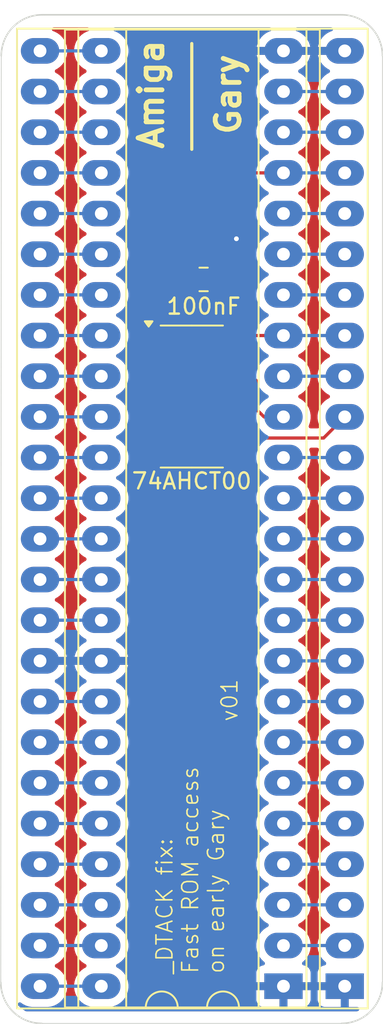
<source format=kicad_pcb>
(kicad_pcb (version 20240108) (generator "pcbnew") (generator_version "8.0")
  (layers (0 "F.Cu" signal) (31 "B.Cu" signal) (34 "B.Paste" user) (35 "F.Paste" user) (36 "B.SilkS" user "B.Silkscreen") (37 "F.SilkS" user "F.Silkscreen") (38 "B.Mask" user) (39 "F.Mask" user) (44 "Edge.Cuts" user))
  (net 0 "")
  (net 1 "_EXRAM")
  (net 2 "A20")
  (net 3 "DKWDB")
  (net 4 "CCK")
  (net 5 "_RAMEN")
  (net 6 "_ROMEN")
  (net 7 "DKWEB")
  (net 8 "_CLKRD")
  (net 9 "A17")
  (net 10 "_AS")
  (net 11 "_UDS")
  (net 12 "_CLKWR")
  (net 13 "_KBRESET")
  (net 14 "R{slash}W")
  (net 15 "_SEL")
  (net 16 "XRDY")
  (net 17 "A21")
  (net 18 "A22")
  (net 19 "_OEL")
  (net 20 "_DKWD")
  (net 21 "_LATCH")
  (net 22 "_BGACK")
  (net 23 "OVL")
  (net 24 "_LDS")
  (net 25 "_BLISS")
  (net 26 "MTRON")
  (net 27 "_CDAC")
  (net 28 "A19")
  (net 29 "A18")
  (net 30 "_MTR")
  (net 31 "_OEB")
  (net 32 "_OVR")
  (net 33 "MTRX")
  (net 34 "_HLT")
  (net 35 "_DTACK")
  (net 36 "_RST")
  (net 37 "_BLIT_GARY")
  (net 38 "A23")
  (net 39 "_VPA")
  (net 40 "CCKQ")
  (net 41 "_REGEN")
  (net 42 "DKWE")
  (net 43 "VCC1")
  (net 44 "VCC3")
  (net 45 "VCC2")
  (net 46 "GND")
  (net 47 "_BLIT_AMIGA")
  (net 50 "Net-(U3-Pad10)")
  (footprint "Package_SO:SOIC-14_3.9x8.7mm_P1.27mm" (layer "F.Cu") (at 104.394 73.6092)
    (property "Reference" "U3" (hide yes))
    (property "Value" "74AHCT00" (at 0 5.28 0) (layer "F.SilkS"))
    (fp_line (start 0 -4.435) (end -1.95 -4.435) (stroke (width 0.12)) (layer "F.SilkS"))
    (fp_line (start 0 -4.435) (end 1.95 -4.435) (stroke (width 0.12)) (layer "F.SilkS"))
    (fp_line (start 0 4.435) (end -1.95 4.435) (stroke (width 0.12)) (layer "F.SilkS"))
    (fp_line (start 0 4.435) (end 1.95 4.435) (stroke (width 0.12)) (layer "F.SilkS"))
    (fp_poly (pts (xy -2.7 -4.37) (xy -2.94 -4.7) (xy -2.46 -4.7) (xy -2.7 -4.37)) (stroke (width 0.12)) (fill solid) (layer "F.SilkS"))
    (pad "1" smd roundrect (at -2.475 -3.81) (size 1.95 0.6) (layers "F.Cu" "F.Paste" "F.Mask") (net 46 "GND"))
    (pad "2" smd roundrect (at -2.475 -2.54) (size 1.95 0.6) (layers "F.Cu" "F.Paste" "F.Mask") (net 46 "GND"))
    (pad "3" smd roundrect (at -2.475 -1.27) (size 1.95 0.6) (layers "F.Cu" "F.Paste" "F.Mask"))
    (pad "4" smd roundrect (at -2.475 0) (size 1.95 0.6) (layers "F.Cu" "F.Paste" "F.Mask") (net 46 "GND"))
    (pad "5" smd roundrect (at -2.475 1.27) (size 1.95 0.6) (layers "F.Cu" "F.Paste" "F.Mask") (net 46 "GND"))
    (pad "6" smd roundrect (at -2.475 2.54) (size 1.95 0.6) (layers "F.Cu" "F.Paste" "F.Mask"))
    (pad "7" smd roundrect (at -2.475 3.81) (size 1.95 0.6) (layers "F.Cu" "F.Paste" "F.Mask") (net 46 "GND"))
    (pad "8" smd roundrect (at 2.475 3.81) (size 1.95 0.6) (layers "F.Cu" "F.Paste" "F.Mask") (net 37 "_BLIT_GARY"))
    (pad "9" smd roundrect (at 2.475 2.54) (size 1.95 0.6) (layers "F.Cu" "F.Paste" "F.Mask") (net 6 "_ROMEN"))
    (pad "10" smd roundrect (at 2.475 1.27) (size 1.95 0.6) (layers "F.Cu" "F.Paste" "F.Mask") (net 50 "Net-(U3-Pad10)"))
    (pad "11" smd roundrect (at 2.475 0) (size 1.95 0.6) (layers "F.Cu" "F.Paste" "F.Mask") (net 50 "Net-(U3-Pad10)"))
    (pad "12" smd roundrect (at 2.475 -1.27) (size 1.95 0.6) (layers "F.Cu" "F.Paste" "F.Mask") (net 47 "_BLIT_AMIGA"))
    (pad "13" smd roundrect (at 2.475 -2.54) (size 1.95 0.6) (layers "F.Cu" "F.Paste" "F.Mask") (net 45 "VCC2"))
    (pad "14" smd roundrect (at 2.475 -3.81) (size 1.95 0.6) (layers "F.Cu" "F.Paste" "F.Mask") (net 45 "VCC2"))
  )
  (footprint "Capacitor_SMD:C_0805_2012Metric_Pad1.18x1.45mm_HandSolder" (layer "F.Cu") (at 105.1345 66.294)
    (property "Reference" "C1" (hide yes))
    (property "Value" "100nF" (at 0 1.68 0) (layer "F.SilkS"))
    (fp_line (start -0.261252 -0.735) (end 0.261252 -0.735) (stroke (width 0.12)) (layer "F.SilkS"))
    (fp_line (start -0.261252 0.735) (end 0.261252 0.735) (stroke (width 0.12)) (layer "F.SilkS"))
    (pad "1" smd roundrect (at -1.0375 0) (size 1.175 1.45) (layers "F.Cu" "F.Paste" "F.Mask") (roundrect_rratio 0.212766) (net 46 "GND"))
    (pad "2" smd roundrect (at 1.0375 0) (size 1.175 1.45) (layers "F.Cu" "F.Paste" "F.Mask") (roundrect_rratio 0.212766) (net 45 "VCC2"))
  )
  (footprint "Package_DIP:DIP-48_W15.24mm_Socket_LongPads" (layer "F.Cu") (at 110.1344 110.4392 180)
    (property "Reference" "U2" (hide yes))
    (property "Value" "Amiga")
    (fp_line (start 16.68 59.81) (end 16.68 -1.39) (stroke (width 0.12)) (layer "F.SilkS"))
    (fp_line (start 16.68 -1.39) (end -1.44 -1.39) (stroke (width 0.12)) (layer "F.SilkS"))
    (fp_line (start 13.68 59.75) (end 13.68 -1.33) (stroke (width 0.12)) (layer "F.SilkS"))
    (fp_line (start 13.68 -1.33) (end 8.62 -1.33) (stroke (width 0.12)) (layer "F.SilkS"))
    (fp_line (start 6.62 -1.33) (end 1.56 -1.33) (stroke (width 0.12)) (layer "F.SilkS"))
    (fp_line (start 1.56 59.75) (end 13.68 59.75) (stroke (width 0.12)) (layer "F.SilkS"))
    (fp_line (start 1.56 -1.33) (end 1.56 59.75) (stroke (width 0.12)) (layer "F.SilkS"))
    (fp_line (start -1.44 59.81) (end 16.68 59.81) (stroke (width 0.12)) (layer "F.SilkS"))
    (fp_line (start -1.44 -1.39) (end -1.44 59.81) (stroke (width 0.12)) (layer "F.SilkS"))
    (fp_arc (start 8.62 -1.33) (mid 7.62 -0.33) (end 6.62 -1.33) (stroke (width 0.12)) (layer "F.SilkS"))
    (pad "1" thru_hole rect (at 0 0 180) (size 2.4 1.6) (drill 0.8) (layers "*.Cu" "*.Mask") (net 46 "GND"))
    (pad "2" thru_hole oval (at 0 2.54 180) (size 2.4 1.6) (drill 0.8) (layers "*.Cu" "*.Mask") (net 39 "_VPA"))
    (pad "3" thru_hole oval (at 0 5.08 180) (size 2.4 1.6) (drill 0.8) (layers "*.Cu" "*.Mask") (net 19 "_OEL"))
    (pad "4" thru_hole oval (at 0 7.62 180) (size 2.4 1.6) (drill 0.8) (layers "*.Cu" "*.Mask") (net 31 "_OEB"))
    (pad "5" thru_hole oval (at 0 10.16 180) (size 2.4 1.6) (drill 0.8) (layers "*.Cu" "*.Mask") (net 13 "_KBRESET"))
    (pad "6" thru_hole oval (at 0 12.7 180) (size 2.4 1.6) (drill 0.8) (layers "*.Cu" "*.Mask") (net 43 "VCC1"))
    (pad "7" thru_hole oval (at 0 15.24 180) (size 2.4 1.6) (drill 0.8) (layers "*.Cu" "*.Mask") (net 30 "_MTR"))
    (pad "8" thru_hole oval (at 0 17.78 180) (size 2.4 1.6) (drill 0.8) (layers "*.Cu" "*.Mask") (net 42 "DKWE"))
    (pad "9" thru_hole oval (at 0 20.32 180) (size 2.4 1.6) (drill 0.8) (layers "*.Cu" "*.Mask") (net 20 "_DKWD"))
    (pad "10" thru_hole oval (at 0 22.86 180) (size 2.4 1.6) (drill 0.8) (layers "*.Cu" "*.Mask") (net 24 "_LDS"))
    (pad "11" thru_hole oval (at 0 25.4 180) (size 2.4 1.6) (drill 0.8) (layers "*.Cu" "*.Mask") (net 11 "_UDS"))
    (pad "12" thru_hole oval (at 0 27.94 180) (size 2.4 1.6) (drill 0.8) (layers "*.Cu" "*.Mask") (net 14 "R{slash}W"))
    (pad "13" thru_hole oval (at 0 30.48 180) (size 2.4 1.6) (drill 0.8) (layers "*.Cu" "*.Mask") (net 10 "_AS"))
    (pad "14" thru_hole oval (at 0 33.02 180) (size 2.4 1.6) (drill 0.8) (layers "*.Cu" "*.Mask") (net 22 "_BGACK"))
    (pad "15" thru_hole oval (at 0 35.56 180) (size 2.4 1.6) (drill 0.8) (layers "*.Cu" "*.Mask") (net 47 "_BLIT_AMIGA"))
    (pad "16" thru_hole oval (at 0 38.1 180) (size 2.4 1.6) (drill 0.8) (layers "*.Cu" "*.Mask") (net 15 "_SEL"))
    (pad "17" thru_hole oval (at 0 40.64 180) (size 2.4 1.6) (drill 0.8) (layers "*.Cu" "*.Mask") (net 45 "VCC2"))
    (pad "18" thru_hole oval (at 0 43.18 180) (size 2.4 1.6) (drill 0.8) (layers "*.Cu" "*.Mask") (net 41 "_REGEN"))
    (pad "19" thru_hole oval (at 0 45.72 180) (size 2.4 1.6) (drill 0.8) (layers "*.Cu" "*.Mask") (net 25 "_BLISS"))
    (pad "20" thru_hole oval (at 0 48.26 180) (size 2.4 1.6) (drill 0.8) (layers "*.Cu" "*.Mask") (net 5 "_RAMEN"))
    (pad "21" thru_hole oval (at 0 50.8 180) (size 2.4 1.6) (drill 0.8) (layers "*.Cu" "*.Mask") (net 6 "_ROMEN"))
    (pad "22" thru_hole oval (at 0 53.34 180) (size 2.4 1.6) (drill 0.8) (layers "*.Cu" "*.Mask") (net 8 "_CLKRD"))
    (pad "23" thru_hole oval (at 0 55.88 180) (size 2.4 1.6) (drill 0.8) (layers "*.Cu" "*.Mask") (net 12 "_CLKWR"))
    (pad "24" thru_hole oval (at 0 58.42 180) (size 2.4 1.6) (drill 0.8) (layers "*.Cu" "*.Mask") (net 46 "GND"))
    (pad "25" thru_hole oval (at 15.24 58.42 180) (size 2.4 1.6) (drill 0.8) (layers "*.Cu" "*.Mask") (net 21 "_LATCH"))
    (pad "26" thru_hole oval (at 15.24 55.88 180) (size 2.4 1.6) (drill 0.8) (layers "*.Cu" "*.Mask") (net 27 "_CDAC"))
    (pad "27" thru_hole oval (at 15.24 53.34 180) (size 2.4 1.6) (drill 0.8) (layers "*.Cu" "*.Mask") (net 40 "CCKQ"))
    (pad "28" thru_hole oval (at 15.24 50.8 180) (size 2.4 1.6) (drill 0.8) (layers "*.Cu" "*.Mask") (net 4 "CCK"))
    (pad "29" thru_hole oval (at 15.24 48.26 180) (size 2.4 1.6) (drill 0.8) (layers "*.Cu" "*.Mask") (net 32 "_OVR"))
    (pad "30" thru_hole oval (at 15.24 45.72 180) (size 2.4 1.6) (drill 0.8) (layers "*.Cu" "*.Mask") (net 23 "OVL"))
    (pad "31" thru_hole oval (at 15.24 43.18 180) (size 2.4 1.6) (drill 0.8) (layers "*.Cu" "*.Mask") (net 16 "XRDY"))
    (pad "32" thru_hole oval (at 15.24 40.64 180) (size 2.4 1.6) (drill 0.8) (layers "*.Cu" "*.Mask") (net 1 "_EXRAM"))
    (pad "33" thru_hole oval (at 15.24 38.1 180) (size 2.4 1.6) (drill 0.8) (layers "*.Cu" "*.Mask") (net 9 "A17"))
    (pad "34" thru_hole oval (at 15.24 35.56 180) (size 2.4 1.6) (drill 0.8) (layers "*.Cu" "*.Mask") (net 29 "A18"))
    (pad "35" thru_hole oval (at 15.24 33.02 180) (size 2.4 1.6) (drill 0.8) (layers "*.Cu" "*.Mask") (net 28 "A19"))
    (pad "36" thru_hole oval (at 15.24 30.48 180) (size 2.4 1.6) (drill 0.8) (layers "*.Cu" "*.Mask") (net 2 "A20"))
    (pad "37" thru_hole oval (at 15.24 27.94 180) (size 2.4 1.6) (drill 0.8) (layers "*.Cu" "*.Mask") (net 17 "A21"))
    (pad "38" thru_hole oval (at 15.24 25.4 180) (size 2.4 1.6) (drill 0.8) (layers "*.Cu" "*.Mask") (net 18 "A22"))
    (pad "39" thru_hole oval (at 15.24 22.86 180) (size 2.4 1.6) (drill 0.8) (layers "*.Cu" "*.Mask") (net 38 "A23"))
    (pad "40" thru_hole oval (at 15.24 20.32 180) (size 2.4 1.6) (drill 0.8) (layers "*.Cu" "*.Mask") (net 46 "GND"))
    (pad "41" thru_hole oval (at 15.24 17.78 180) (size 2.4 1.6) (drill 0.8) (layers "*.Cu" "*.Mask") (net 36 "_RST"))
    (pad "42" thru_hole oval (at 15.24 15.24 180) (size 2.4 1.6) (drill 0.8) (layers "*.Cu" "*.Mask") (net 34 "_HLT"))
    (pad "43" thru_hole oval (at 15.24 12.7 180) (size 2.4 1.6) (drill 0.8) (layers "*.Cu" "*.Mask") (net 35 "_DTACK"))
    (pad "44" thru_hole oval (at 15.24 10.16 180) (size 2.4 1.6) (drill 0.8) (layers "*.Cu" "*.Mask") (net 7 "DKWEB"))
    (pad "45" thru_hole oval (at 15.24 7.62 180) (size 2.4 1.6) (drill 0.8) (layers "*.Cu" "*.Mask") (net 3 "DKWDB"))
    (pad "46" thru_hole oval (at 15.24 5.08 180) (size 2.4 1.6) (drill 0.8) (layers "*.Cu" "*.Mask") (net 26 "MTRON"))
    (pad "47" thru_hole oval (at 15.24 2.54 180) (size 2.4 1.6) (drill 0.8) (layers "*.Cu" "*.Mask") (net 33 "MTRX"))
    (pad "48" thru_hole oval (at 15.24 0 180) (size 2.4 1.6) (drill 0.8) (layers "*.Cu" "*.Mask") (net 44 "VCC3"))
  )
  (footprint "Package_DIP:DIP-48_W15.24mm_Socket_LongPads" (layer "F.Cu") (at 113.9698 110.4392 180)
    (property "Reference" "U1" (hide yes))
    (property "Value" "Gary")
    (fp_line (start 16.68 59.81) (end 16.68 -1.39) (stroke (width 0.12)) (layer "F.SilkS"))
    (fp_line (start 16.68 -1.39) (end -1.44 -1.39) (stroke (width 0.12)) (layer "F.SilkS"))
    (fp_line (start 13.68 59.75) (end 13.68 -1.33) (stroke (width 0.12)) (layer "F.SilkS"))
    (fp_line (start 13.68 -1.33) (end 8.62 -1.33) (stroke (width 0.12)) (layer "F.SilkS"))
    (fp_line (start 6.62 -1.33) (end 1.56 -1.33) (stroke (width 0.12)) (layer "F.SilkS"))
    (fp_line (start 1.56 59.75) (end 13.68 59.75) (stroke (width 0.12)) (layer "F.SilkS"))
    (fp_line (start 1.56 -1.33) (end 1.56 59.75) (stroke (width 0.12)) (layer "F.SilkS"))
    (fp_line (start -1.44 59.81) (end 16.68 59.81) (stroke (width 0.12)) (layer "F.SilkS"))
    (fp_line (start -1.44 -1.39) (end -1.44 59.81) (stroke (width 0.12)) (layer "F.SilkS"))
    (fp_arc (start 8.62 -1.33) (mid 7.62 -0.33) (end 6.62 -1.33) (stroke (width 0.12)) (layer "F.SilkS"))
    (pad "1" thru_hole rect (at 0 0 180) (size 2.4 1.6) (drill 0.8) (layers "*.Cu" "*.Mask") (net 46 "GND"))
    (pad "2" thru_hole oval (at 0 2.54 180) (size 2.4 1.6) (drill 0.8) (layers "*.Cu" "*.Mask") (net 39 "_VPA"))
    (pad "3" thru_hole oval (at 0 5.08 180) (size 2.4 1.6) (drill 0.8) (layers "*.Cu" "*.Mask") (net 19 "_OEL"))
    (pad "4" thru_hole oval (at 0 7.62 180) (size 2.4 1.6) (drill 0.8) (layers "*.Cu" "*.Mask") (net 31 "_OEB"))
    (pad "5" thru_hole oval (at 0 10.16 180) (size 2.4 1.6) (drill 0.8) (layers "*.Cu" "*.Mask") (net 13 "_KBRESET"))
    (pad "6" thru_hole oval (at 0 12.7 180) (size 2.4 1.6) (drill 0.8) (layers "*.Cu" "*.Mask") (net 43 "VCC1"))
    (pad "7" thru_hole oval (at 0 15.24 180) (size 2.4 1.6) (drill 0.8) (layers "*.Cu" "*.Mask") (net 30 "_MTR"))
    (pad "8" thru_hole oval (at 0 17.78 180) (size 2.4 1.6) (drill 0.8) (layers "*.Cu" "*.Mask") (net 42 "DKWE"))
    (pad "9" thru_hole oval (at 0 20.32 180) (size 2.4 1.6) (drill 0.8) (layers "*.Cu" "*.Mask") (net 20 "_DKWD"))
    (pad "10" thru_hole oval (at 0 22.86 180) (size 2.4 1.6) (drill 0.8) (layers "*.Cu" "*.Mask") (net 24 "_LDS"))
    (pad "11" thru_hole oval (at 0 25.4 180) (size 2.4 1.6) (drill 0.8) (layers "*.Cu" "*.Mask") (net 11 "_UDS"))
    (pad "12" thru_hole oval (at 0 27.94 180) (size 2.4 1.6) (drill 0.8) (layers "*.Cu" "*.Mask") (net 14 "R{slash}W"))
    (pad "13" thru_hole oval (at 0 30.48 180) (size 2.4 1.6) (drill 0.8) (layers "*.Cu" "*.Mask") (net 10 "_AS"))
    (pad "14" thru_hole oval (at 0 33.02 180) (size 2.4 1.6) (drill 0.8) (layers "*.Cu" "*.Mask") (net 22 "_BGACK"))
    (pad "15" thru_hole oval (at 0 35.56 180) (size 2.4 1.6) (drill 0.8) (layers "*.Cu" "*.Mask") (net 37 "_BLIT_GARY"))
    (pad "16" thru_hole oval (at 0 38.1 180) (size 2.4 1.6) (drill 0.8) (layers "*.Cu" "*.Mask") (net 15 "_SEL"))
    (pad "17" thru_hole oval (at 0 40.64 180) (size 2.4 1.6) (drill 0.8) (layers "*.Cu" "*.Mask") (net 45 "VCC2"))
    (pad "18" thru_hole oval (at 0 43.18 180) (size 2.4 1.6) (drill 0.8) (layers "*.Cu" "*.Mask") (net 41 "_REGEN"))
    (pad "19" thru_hole oval (at 0 45.72 180) (size 2.4 1.6) (drill 0.8) (layers "*.Cu" "*.Mask") (net 25 "_BLISS"))
    (pad "20" thru_hole oval (at 0 48.26 180) (size 2.4 1.6) (drill 0.8) (layers "*.Cu" "*.Mask") (net 5 "_RAMEN"))
    (pad "21" thru_hole oval (at 0 50.8 180) (size 2.4 1.6) (drill 0.8) (layers "*.Cu" "*.Mask") (net 6 "_ROMEN"))
    (pad "22" thru_hole oval (at 0 53.34 180) (size 2.4 1.6) (drill 0.8) (layers "*.Cu" "*.Mask") (net 8 "_CLKRD"))
    (pad "23" thru_hole oval (at 0 55.88 180) (size 2.4 1.6) (drill 0.8) (layers "*.Cu" "*.Mask") (net 12 "_CLKWR"))
    (pad "24" thru_hole oval (at 0 58.42 180) (size 2.4 1.6) (drill 0.8) (layers "*.Cu" "*.Mask") (net 46 "GND"))
    (pad "25" thru_hole oval (at 15.24 58.42 180) (size 2.4 1.6) (drill 0.8) (layers "*.Cu" "*.Mask") (net 21 "_LATCH"))
    (pad "26" thru_hole oval (at 15.24 55.88 180) (size 2.4 1.6) (drill 0.8) (layers "*.Cu" "*.Mask") (net 27 "_CDAC"))
    (pad "27" thru_hole oval (at 15.24 53.34 180) (size 2.4 1.6) (drill 0.8) (layers "*.Cu" "*.Mask") (net 40 "CCKQ"))
    (pad "28" thru_hole oval (at 15.24 50.8 180) (size 2.4 1.6) (drill 0.8) (layers "*.Cu" "*.Mask") (net 4 "CCK"))
    (pad "29" thru_hole oval (at 15.24 48.26 180) (size 2.4 1.6) (drill 0.8) (layers "*.Cu" "*.Mask") (net 32 "_OVR"))
    (pad "30" thru_hole oval (at 15.24 45.72 180) (size 2.4 1.6) (drill 0.8) (layers "*.Cu" "*.Mask") (net 23 "OVL"))
    (pad "31" thru_hole oval (at 15.24 43.18 180) (size 2.4 1.6) (drill 0.8) (layers "*.Cu" "*.Mask") (net 16 "XRDY"))
    (pad "32" thru_hole oval (at 15.24 40.64 180) (size 2.4 1.6) (drill 0.8) (layers "*.Cu" "*.Mask") (net 1 "_EXRAM"))
    (pad "33" thru_hole oval (at 15.24 38.1 180) (size 2.4 1.6) (drill 0.8) (layers "*.Cu" "*.Mask") (net 9 "A17"))
    (pad "34" thru_hole oval (at 15.24 35.56 180) (size 2.4 1.6) (drill 0.8) (layers "*.Cu" "*.Mask") (net 29 "A18"))
    (pad "35" thru_hole oval (at 15.24 33.02 180) (size 2.4 1.6) (drill 0.8) (layers "*.Cu" "*.Mask") (net 28 "A19"))
    (pad "36" thru_hole oval (at 15.24 30.48 180) (size 2.4 1.6) (drill 0.8) (layers "*.Cu" "*.Mask") (net 2 "A20"))
    (pad "37" thru_hole oval (at 15.24 27.94 180) (size 2.4 1.6) (drill 0.8) (layers "*.Cu" "*.Mask") (net 17 "A21"))
    (pad "38" thru_hole oval (at 15.24 25.4 180) (size 2.4 1.6) (drill 0.8) (layers "*.Cu" "*.Mask") (net 18 "A22"))
    (pad "39" thru_hole oval (at 15.24 22.86 180) (size 2.4 1.6) (drill 0.8) (layers "*.Cu" "*.Mask") (net 38 "A23"))
    (pad "40" thru_hole oval (at 15.24 20.32 180) (size 2.4 1.6) (drill 0.8) (layers "*.Cu" "*.Mask") (net 46 "GND"))
    (pad "41" thru_hole oval (at 15.24 17.78 180) (size 2.4 1.6) (drill 0.8) (layers "*.Cu" "*.Mask") (net 36 "_RST"))
    (pad "42" thru_hole oval (at 15.24 15.24 180) (size 2.4 1.6) (drill 0.8) (layers "*.Cu" "*.Mask") (net 34 "_HLT"))
    (pad "43" thru_hole oval (at 15.24 12.7 180) (size 2.4 1.6) (drill 0.8) (layers "*.Cu" "*.Mask") (net 35 "_DTACK"))
    (pad "44" thru_hole oval (at 15.24 10.16 180) (size 2.4 1.6) (drill 0.8) (layers "*.Cu" "*.Mask") (net 7 "DKWEB"))
    (pad "45" thru_hole oval (at 15.24 7.62 180) (size 2.4 1.6) (drill 0.8) (layers "*.Cu" "*.Mask") (net 3 "DKWDB"))
    (pad "46" thru_hole oval (at 15.24 5.08 180) (size 2.4 1.6) (drill 0.8) (layers "*.Cu" "*.Mask") (net 26 "MTRON"))
    (pad "47" thru_hole oval (at 15.24 2.54 180) (size 2.4 1.6) (drill 0.8) (layers "*.Cu" "*.Mask") (net 33 "MTRX"))
    (pad "48" thru_hole oval (at 15.24 0 180) (size 2.4 1.6) (drill 0.8) (layers "*.Cu" "*.Mask") (net 44 "VCC3"))
  )
  (gr_line (start 104.394 51.562) (end 104.394 58.166) (stroke (width 0.2)) (layer "F.SilkS"))
  (gr_arc (start 113.773948 49.765948) (mid 115.582739 50.515209) (end 116.332 52.324) (stroke (width 0.1)) (layer "Edge.Cuts"))
  (gr_arc (start 92.468739 52.323952) (mid 93.218 50.515161) (end 95.026791 49.7659) (stroke (width 0.1)) (layer "Edge.Cuts"))
  (gr_line (start 116.332 110.205209) (end 116.332 52.324) (stroke (width 0.05)) (layer "Edge.Cuts"))
  (gr_arc (start 116.332 110.205209) (mid 115.582731 112.013977) (end 113.773948 112.763261) (stroke (width 0.1)) (layer "Edge.Cuts"))
  (gr_line (start 95.026791 49.7659) (end 113.773948 49.765948) (stroke (width 0.1)) (layer "Edge.Cuts"))
  (gr_arc (start 94.995915 112.763261) (mid 93.187124 112.014) (end 92.437863 110.205209) (stroke (width 0.1)) (layer "Edge.Cuts"))
  (gr_line (start 92.468739 52.323952) (end 92.437863 110.205209) (stroke (width 0.05)) (layer "Edge.Cuts"))
  (gr_line (start 94.995915 112.763261) (end 113.773948 112.763261) (stroke (width 0.05)) (layer "Edge.Cuts"))
  (gr_text "_DTACK fix:\nFast ROM access\non early Gary" (at 102.108 109.728 90) (layer "F.SilkS") (effects (font (size 1 1) (thickness 0.1)) (justify left top)))
  (gr_text "Amiga\n\nGary" (at 104.267 54.737 90) (layer "F.SilkS") (effects (font (size 1.5 1.5) (thickness 0.3) (bold yes))))
  (gr_text "v01" (at 106.172 93.98 90) (layer "F.SilkS") (effects (font (size 1 1) (thickness 0.1)) (justify left top)))
  (segment (start 94.8944 69.7992) (end 98.7298 69.7992) (width 0.2) (layer "B.Cu") (net 1))
  (segment (start 94.8944 79.9592) (end 98.7298 79.9592) (width 0.2) (layer "B.Cu") (net 2))
  (segment (start 94.8944 102.8192) (end 98.7298 102.8192) (width 0.2) (layer "B.Cu") (net 3))
  (segment (start 94.8944 59.6392) (end 98.7298 59.6392) (width 0.2) (layer "B.Cu") (net 4))
  (segment (start 110.1344 62.1792) (end 113.9698 62.1792) (width 0.2) (layer "B.Cu") (net 5))
  (segment (start 105.6132 76.1492) (end 105.156 75.692) (width 0.2) (layer "F.Cu") (net 6))
  (segment (start 108.0008 59.6392) (end 110.1344 59.6392) (width 0.2) (layer "F.Cu") (net 6))
  (segment (start 105.156 75.692) (end 105.156 62.484) (width 0.2) (layer "F.Cu") (net 6))
  (segment (start 106.869 76.1492) (end 105.6132 76.1492) (width 0.2) (layer "F.Cu") (net 6))
  (segment (start 105.156 62.484) (end 108.0008 59.6392) (width 0.2) (layer "F.Cu") (net 6))
  (segment (start 110.1344 59.6392) (end 113.9698 59.6392) (width 0.2) (layer "B.Cu") (net 6))
  (segment (start 94.8944 100.2792) (end 98.7298 100.2792) (width 0.2) (layer "B.Cu") (net 7))
  (segment (start 110.1344 57.0992) (end 113.9698 57.0992) (width 0.2) (layer "B.Cu") (net 8))
  (segment (start 94.8944 72.3392) (end 98.7298 72.3392) (width 0.2) (layer "B.Cu") (net 9))
  (segment (start 110.1344 79.9592) (end 113.9698 79.9592) (width 0.2) (layer "B.Cu") (net 10))
  (segment (start 110.1344 85.0392) (end 113.9698 85.0392) (width 0.2) (layer "B.Cu") (net 11))
  (segment (start 110.1344 54.5592) (end 113.9698 54.5592) (width 0.2) (layer "B.Cu") (net 12))
  (segment (start 110.1344 100.2792) (end 113.9698 100.2792) (width 0.2) (layer "B.Cu") (net 13))
  (segment (start 110.1344 82.4992) (end 113.9698 82.4992) (width 0.2) (layer "B.Cu") (net 14))
  (segment (start 110.1344 72.3392) (end 113.9698 72.3392) (width 0.2) (layer "B.Cu") (net 15))
  (segment (start 94.8944 67.2592) (end 98.7298 67.2592) (width 0.2) (layer "B.Cu") (net 16))
  (segment (start 94.8944 82.4992) (end 98.7298 82.4992) (width 0.2) (layer "B.Cu") (net 17))
  (segment (start 94.8944 85.0392) (end 98.7298 85.0392) (width 0.2) (layer "B.Cu") (net 18))
  (segment (start 110.1344 105.3592) (end 113.9698 105.3592) (width 0.2) (layer "B.Cu") (net 19))
  (segment (start 110.1344 90.1192) (end 113.9698 90.1192) (width 0.2) (layer "B.Cu") (net 20))
  (segment (start 94.8944 52.0192) (end 98.7298 52.0192) (width 0.2) (layer "B.Cu") (net 21))
  (segment (start 110.1344 77.4192) (end 113.9698 77.4192) (width 0.2) (layer "B.Cu") (net 22))
  (segment (start 94.8944 64.7192) (end 98.7298 64.7192) (width 0.2) (layer "B.Cu") (net 23))
  (segment (start 110.1344 87.5792) (end 113.9698 87.5792) (width 0.2) (layer "B.Cu") (net 24))
  (segment (start 110.1344 64.7192) (end 113.9698 64.7192) (width 0.2) (layer "B.Cu") (net 25))
  (segment (start 94.8944 105.3592) (end 98.7298 105.3592) (width 0.2) (layer "B.Cu") (net 26))
  (segment (start 94.8944 54.5592) (end 98.7298 54.5592) (width 0.2) (layer "B.Cu") (net 27))
  (segment (start 94.8944 77.4192) (end 98.7298 77.4192) (width 0.2) (layer "B.Cu") (net 28))
  (segment (start 94.8944 74.8792) (end 98.7298 74.8792) (width 0.2) (layer "B.Cu") (net 29))
  (segment (start 110.1344 95.1992) (end 113.9698 95.1992) (width 0.2) (layer "B.Cu") (net 30))
  (segment (start 110.1344 102.8192) (end 113.9698 102.8192) (width 0.2) (layer "B.Cu") (net 31))
  (segment (start 94.8944 62.1792) (end 98.7298 62.1792) (width 0.2) (layer "B.Cu") (net 32))
  (segment (start 94.8944 107.8992) (end 98.7298 107.8992) (width 0.2) (layer "B.Cu") (net 33))
  (segment (start 94.8944 95.1992) (end 98.7298 95.1992) (width 0.2) (layer "B.Cu") (net 34))
  (segment (start 94.8944 97.7392) (end 98.7298 97.7392) (width 0.2) (layer "B.Cu") (net 35))
  (segment (start 94.8944 92.6592) (end 98.7298 92.6592) (width 0.2) (layer "B.Cu") (net 36))
  (segment (start 112.649 76.2) (end 113.9698 74.8792) (width 0.2) (layer "F.Cu") (net 37))
  (segment (start 106.869 77.4192) (end 107.7468 77.4192) (width 0.2) (layer "F.Cu") (net 37))
  (segment (start 107.7468 77.4192) (end 108.966 76.2) (width 0.2) (layer "F.Cu") (net 37))
  (segment (start 108.966 76.2) (end 112.649 76.2) (width 0.2) (layer "F.Cu") (net 37))
  (segment (start 94.8944 87.5792) (end 98.7298 87.5792) (width 0.2) (layer "B.Cu") (net 38))
  (segment (start 110.1344 107.8992) (end 113.9698 107.8992) (width 0.2) (layer "B.Cu") (net 39))
  (segment (start 94.8944 57.0992) (end 98.7298 57.0992) (width 0.2) (layer "B.Cu") (net 40))
  (segment (start 110.1344 67.2592) (end 113.9698 67.2592) (width 0.2) (layer "B.Cu") (net 41))
  (segment (start 110.1344 92.6592) (end 113.9698 92.6592) (width 0.2) (layer "B.Cu") (net 42))
  (segment (start 110.1344 97.7392) (end 113.9698 97.7392) (width 0.2) (layer "B.Cu") (net 43))
  (segment (start 94.8944 110.4392) (end 98.7298 110.4392) (width 0.2) (layer "B.Cu") (net 44))
  (segment (start 106.869 68.515) (end 106.172 67.818) (width 0.2) (layer "F.Cu") (net 45))
  (segment (start 106.869 69.7992) (end 106.869 68.515) (width 0.2) (layer "F.Cu") (net 45))
  (segment (start 106.869 69.7992) (end 110.1344 69.7992) (width 0.2) (layer "F.Cu") (net 45))
  (segment (start 106.869 69.7992) (end 106.869 71.0692) (width 0.2) (layer "F.Cu") (net 45))
  (segment (start 106.172 67.818) (end 106.172 66.294) (width 0.2) (layer "F.Cu") (net 45))
  (segment (start 110.1344 69.7992) (end 113.9698 69.7992) (width 0.2) (layer "B.Cu") (net 45))
  (via (at 107.188 63.754) (size 0.6) (drill 0.3) (layers "F.Cu" "B.Cu") (net 46))
  (segment (start 110.1344 52.0192) (end 113.9698 52.0192) (width 0.2) (layer "B.Cu") (net 46))
  (segment (start 94.8944 90.1192) (end 98.7298 90.1192) (width 0.2) (layer "B.Cu") (net 46))
  (segment (start 110.1344 110.4392) (end 113.9698 110.4392) (width 0.2) (layer "B.Cu") (net 46))
  (segment (start 106.869 72.3392) (end 108.1532 72.3392) (width 0.2) (layer "F.Cu") (net 47))
  (segment (start 108.1532 72.3392) (end 108.458 72.644) (width 0.2) (layer "F.Cu") (net 47))
  (segment (start 108.458 72.644) (end 108.458 74.422) (width 0.2) (layer "F.Cu") (net 47))
  (segment (start 108.9152 74.8792) (end 110.1344 74.8792) (width 0.2) (layer "F.Cu") (net 47))
  (segment (start 108.458 74.422) (end 108.9152 74.8792) (width 0.2) (layer "F.Cu") (net 47))
  (segment (start 106.869 73.6092) (end 106.869 74.8792) (width 0.2) (layer "F.Cu") (net 50))
  (zone (net 46) (net_name "GND") (layer "F.Cu") (connect_pads (clearance 0.5)) (min_thickness 0.25) (fill yes (thermal_gap 0.5) (thermal_bridge_width 0.5))
    (polygon (pts (xy 93.345 50.546) (xy 115.57 50.546) (xy 115.57 112.014) (xy 93.345 112.014)))
  )
  (zone (net 46) (net_name "GND") (layer "B.Cu") (priority 1) (connect_pads (clearance 0.5)) (min_thickness 0.25) (fill yes (thermal_gap 0.5) (thermal_bridge_width 0.5))
    (polygon (pts (xy 93.345 50.546) (xy 115.57 50.546) (xy 115.57 112.014) (xy 93.345 112.014)))
  )
)
</source>
